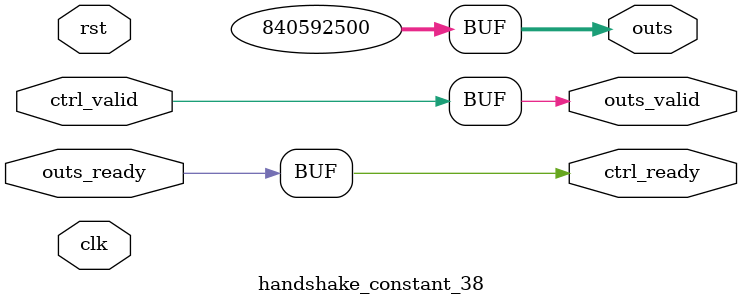
<source format=v>
`timescale 1ns / 1ps
module handshake_constant_38 #(
  parameter DATA_WIDTH = 32  // Default set to 32 bits
) (
  input                       clk,
  input                       rst,
  // Input Channel
  input                       ctrl_valid,
  output                      ctrl_ready,
  // Output Channel
  output [DATA_WIDTH - 1 : 0] outs,
  output                      outs_valid,
  input                       outs_ready
);
  assign outs       = 30'b110010000110100110110001110100;
  assign outs_valid = ctrl_valid;
  assign ctrl_ready = outs_ready;

endmodule

</source>
